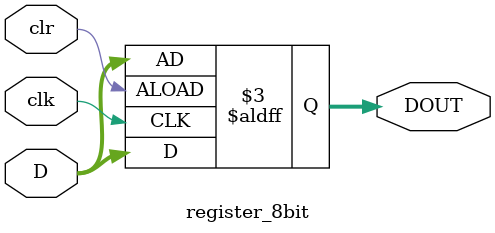
<source format=v>
module register_8bit(clr,clk,DOUT,D);
	input clr;
	wire clr;
	
	input clk;
	wire clk;
	
	input [7:0] D;
	wire [7:0] D;

	output [7:0] DOUT;
	reg [7:0] DOUT;
	
	always @(posedge clk or posedge clr)
	begin
		if (clr==1)
			DOUT <=D;
		else
			DOUT <=D;
	end
endmodule

</source>
